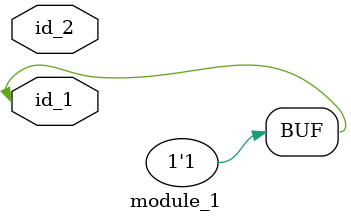
<source format=v>
module module_0 (
    id_1,
    id_2,
    id_3,
    id_4,
    id_5,
    id_6,
    id_7,
    id_8,
    id_9
);
  output wire id_9;
  output wire id_8;
  inout wire id_7;
  input wire id_6;
  inout wire id_5;
  input wire id_4;
  inout wire id_3;
  input wire id_2;
  inout wire id_1;
  assign id_8 = (id_2) == (1'b0);
endmodule
module module_1 (
    id_1,
    id_2
);
  input wire id_2;
  inout wire id_1;
  assign id_1 = 1;
  wire id_3;
  wire id_4;
  module_0 modCall_1 (
      id_3,
      id_3,
      id_4,
      id_3,
      id_3,
      id_4,
      id_3,
      id_4,
      id_3
  );
  assign id_4 = id_4;
endmodule

</source>
